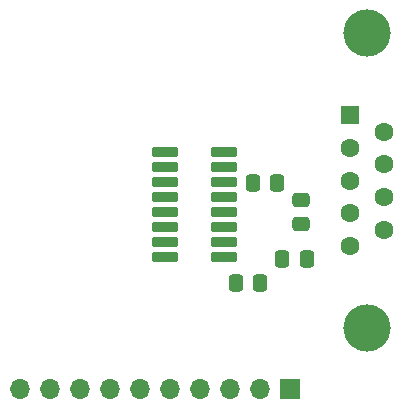
<source format=gts>
%TF.GenerationSoftware,KiCad,Pcbnew,8.0.3*%
%TF.CreationDate,2024-07-09T19:30:08+02:00*%
%TF.ProjectId,UART-TTL-Flipper_Zero,55415254-2d54-4544-9c2d-466c69707065,rev?*%
%TF.SameCoordinates,Original*%
%TF.FileFunction,Soldermask,Top*%
%TF.FilePolarity,Negative*%
%FSLAX46Y46*%
G04 Gerber Fmt 4.6, Leading zero omitted, Abs format (unit mm)*
G04 Created by KiCad (PCBNEW 8.0.3) date 2024-07-09 19:30:08*
%MOMM*%
%LPD*%
G01*
G04 APERTURE LIST*
G04 Aperture macros list*
%AMRoundRect*
0 Rectangle with rounded corners*
0 $1 Rounding radius*
0 $2 $3 $4 $5 $6 $7 $8 $9 X,Y pos of 4 corners*
0 Add a 4 corners polygon primitive as box body*
4,1,4,$2,$3,$4,$5,$6,$7,$8,$9,$2,$3,0*
0 Add four circle primitives for the rounded corners*
1,1,$1+$1,$2,$3*
1,1,$1+$1,$4,$5*
1,1,$1+$1,$6,$7*
1,1,$1+$1,$8,$9*
0 Add four rect primitives between the rounded corners*
20,1,$1+$1,$2,$3,$4,$5,0*
20,1,$1+$1,$4,$5,$6,$7,0*
20,1,$1+$1,$6,$7,$8,$9,0*
20,1,$1+$1,$8,$9,$2,$3,0*%
G04 Aperture macros list end*
%ADD10R,1.700000X1.700000*%
%ADD11O,1.700000X1.700000*%
%ADD12RoundRect,0.099250X0.987750X0.297750X-0.987750X0.297750X-0.987750X-0.297750X0.987750X-0.297750X0*%
%ADD13C,1.600000*%
%ADD14R,1.600000X1.600000*%
%ADD15C,4.000000*%
%ADD16RoundRect,0.250000X-0.337500X-0.475000X0.337500X-0.475000X0.337500X0.475000X-0.337500X0.475000X0*%
%ADD17RoundRect,0.250000X0.337500X0.475000X-0.337500X0.475000X-0.337500X-0.475000X0.337500X-0.475000X0*%
%ADD18RoundRect,0.250000X0.475000X-0.337500X0.475000X0.337500X-0.475000X0.337500X-0.475000X-0.337500X0*%
G04 APERTURE END LIST*
D10*
%TO.C,J1*%
X86540000Y-94500000D03*
D11*
X84000000Y-94500000D03*
X81460000Y-94500000D03*
X78920000Y-94500000D03*
X76380000Y-94500000D03*
X73840000Y-94500000D03*
X71300000Y-94500000D03*
X68760000Y-94500000D03*
X66220000Y-94500000D03*
X63680000Y-94500000D03*
%TD*%
D12*
%TO.C,U1*%
X80975000Y-83270000D03*
X80975000Y-82000000D03*
X80975000Y-80730000D03*
X80975000Y-79460000D03*
X80975000Y-78190000D03*
X80975000Y-76920000D03*
X80975000Y-75650000D03*
X80975000Y-74380000D03*
X76025000Y-74380000D03*
X76025000Y-75650000D03*
X76025000Y-76920000D03*
X76025000Y-78190000D03*
X76025000Y-79460000D03*
X76025000Y-80730000D03*
X76025000Y-82000000D03*
X76025000Y-83270000D03*
%TD*%
D13*
%TO.C,J2*%
X94500000Y-81000000D03*
X94500000Y-78230000D03*
X94500000Y-75460000D03*
X94500000Y-72690000D03*
X91660000Y-82385000D03*
X91660000Y-79615000D03*
X91660000Y-76845000D03*
X91660000Y-74075000D03*
D14*
X91660000Y-71305000D03*
D15*
X93080000Y-64345000D03*
X93080000Y-89345000D03*
%TD*%
D16*
%TO.C,C4*%
X83425000Y-77000000D03*
X85500000Y-77000000D03*
%TD*%
D17*
%TO.C,C3*%
X84037500Y-85500000D03*
X81962500Y-85500000D03*
%TD*%
D16*
%TO.C,C2*%
X85925000Y-83500000D03*
X88000000Y-83500000D03*
%TD*%
D18*
%TO.C,C1*%
X87500000Y-80537500D03*
X87500000Y-78462500D03*
%TD*%
M02*

</source>
